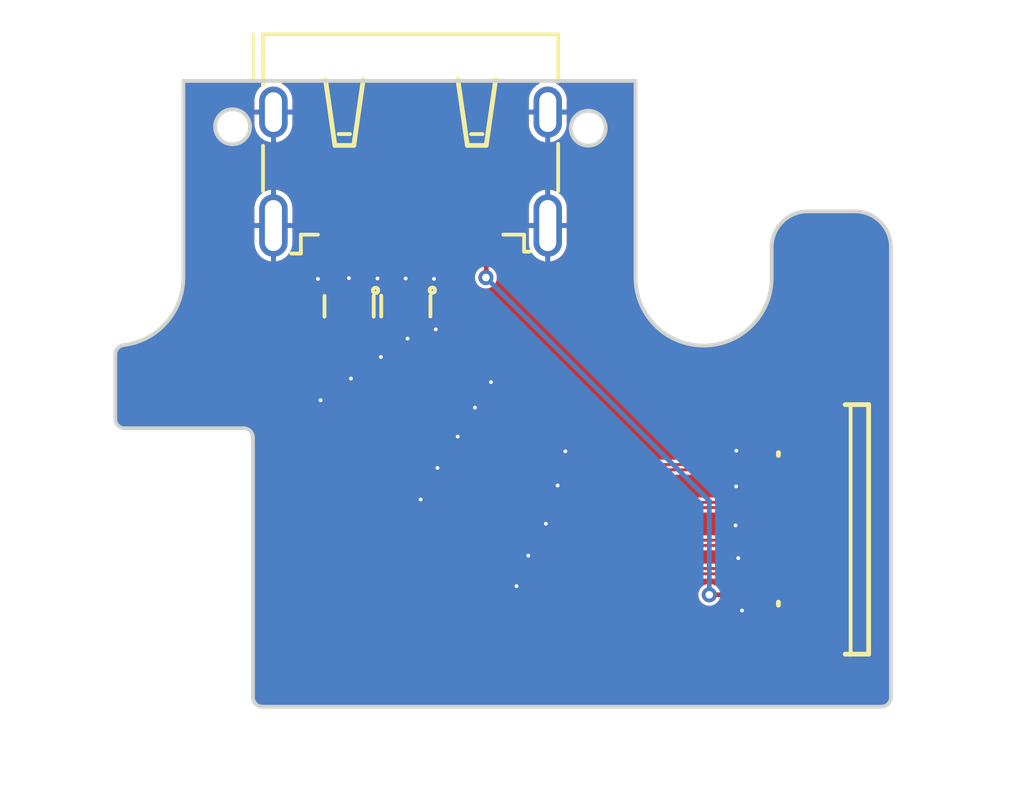
<source format=kicad_pcb>
(kicad_pcb (version 20221018) (generator pcbnew)
  (layers (0 "F.Cu" signal) (1 "In1.Cu" signal) (2 "In2.Cu" signal) (31 "B.Cu" signal) (34 "B.Paste" user) (35 "F.Paste" user) (36 "B.SilkS" user "B.Silkscreen") (37 "F.SilkS" user "F.Silkscreen") (38 "B.Mask" user) (39 "F.Mask" user) (44 "Edge.Cuts" user))
  (net 0 "")
  (net 1 "/CLOCK+")
  (net 2 "/ESD_D0-")
  (net 3 "GND")
  (net 4 "/ESD_D0+")
  (net 5 "/D1-")
  (net 6 "/D1+")
  (net 7 "/ESD_D2-")
  (net 8 "/ESD_D2+")
  (net 9 "/CLOCK-")
  (net 15 "/5V")
  (net 17 "/ESD_CLOCK+")
  (net 18 "/ESD_CLOCK-")
  (net 19 "/ESD_D1+")
  (net 20 "/ESD_D1-")
  (net 21 "/D0-")
  (net 22 "/D0+")
  (net 23 "/D2-")
  (net 24 "/D2+")
  (footprint "easyeda2kicad:FPC-SMD_P0.50-15P_LSXJ-H2.0-15P" (layer "F.Cu") (at 87.4325 73.33 -90)
    (fp_text reference "FPC1" hide)
    (fp_text value "DS1020-09-15VBT1A")
    (fp_line (start -6.57 -4.14) (end 6.63 -4.14) (stroke (width 0.25)) (layer "F.SilkS"))
    (fp_line (start -6.57 -2.9) (end -6.57 -4.14) (stroke (width 0.25)) (layer "F.SilkS"))
    (fp_line (start -3.88 0.63) (end -4.03 0.63) (stroke (width 0.25)) (layer "F.SilkS"))
    (fp_line (start 4.04 0.63) (end 3.88 0.63) (stroke (width 0.25)) (layer "F.SilkS"))
    (fp_line (start 6.63 -4.14) (end 6.63 -2.9) (stroke (width 0.25)) (layer "F.SilkS"))
    (pad "1" smd rect (at -3.51 1.13 270) (size 0.3 1.8) (layers "F.Cu" "F.Paste" "F.Mask") (net 18 "/ESD_CLOCK-"))
    (pad "2" smd rect (at -3.01 1.13 270) (size 0.3 1.8) (layers "F.Cu" "F.Paste" "F.Mask") (net 17 "/ESD_CLOCK+"))
    (pad "3" smd rect (at -2.51 1.13 270) (size 0.3 1.8) (layers "F.Cu" "F.Paste" "F.Mask") (net 3 "GND"))
    (pad "4" smd rect (at -2.01 1.13 270) (size 0.3 1.8) (layers "F.Cu" "F.Paste" "F.Mask") (net 3 "GND"))
    (pad "5" smd rect (at -1.51 1.13 270) (size 0.3 1.8) (layers "F.Cu" "F.Paste" "F.Mask") (net 2 "/ESD_D0-"))
    (pad "6" smd rect (at -1.01 1.13 270) (size 0.3 1.8) (layers "F.Cu" "F.Paste" "F.Mask") (net 4 "/ESD_D0+"))
    (pad "7" smd rect (at -0.51 1.13 270) (size 0.3 1.8) (layers "F.Cu" "F.Paste" "F.Mask") (net 3 "GND"))
    (pad "8" smd rect (at -0.01 1.13 270) (size 0.3 1.8) (layers "F.Cu" "F.Paste" "F.Mask") (net 3 "GND"))
    (pad "9" smd rect (at 0.49 1.13 270) (size 0.3 1.8) (layers "F.Cu" "F.Paste" "F.Mask") (net 20 "/ESD_D1-"))
    (pad "10" smd rect (at 0.99 1.13 270) (size 0.3 1.8) (layers "F.Cu" "F.Paste" "F.Mask") (net 19 "/ESD_D1+"))
    (pad "11" smd rect (at 1.49 1.13 270) (size 0.3 1.8) (layers "F.Cu" "F.Paste" "F.Mask") (net 3 "GND"))
    (pad "12" smd rect (at 1.99 1.13 270) (size 0.3 1.8) (layers "F.Cu" "F.Paste" "F.Mask") (net 7 "/ESD_D2-"))
    (pad "13" smd rect (at 2.49 1.13 270) (size 0.3 1.8) (layers "F.Cu" "F.Paste" "F.Mask") (net 8 "/ESD_D2+"))
    (pad "14" smd rect (at 2.99 1.13 270) (size 0.3 1.8) (layers "F.Cu" "F.Paste" "F.Mask") (net 3 "GND"))
    (pad "15" smd rect (at 3.49 1.13 270) (size 0.3 1.8) (layers "F.Cu" "F.Paste" "F.Mask") (net 15 "/5V"))
    (pad "16" smd rect (at 5.44 -1.13 90) (size 2.5 3.2) (layers "F.Cu" "F.Paste" "F.Mask") (net 3 "GND"))
    (pad "17" smd rect (at -5.44 -1.13 270) (size 2.5 3.2) (layers "F.Cu" "F.Paste" "F.Mask") (net 3 "GND"))
  )
  (footprint "easyeda2kicad:HDMI-SMD_19P-P0.50-H-F" (layer "F.Cu") (at 67.36 54.67 180)
    (fp_text reference "Audio1" hide)
    (fp_text value "HDMI-001" hide)
    (fp_line (start -7.8 -0.8) (end -7.8 1.7) (stroke (width 0.2)) (layer "F.SilkS"))
    (fp_line (start -7.8 5) (end -7.8 7.5) (stroke (width 0.2)) (layer "F.SilkS"))
    (fp_line (start -7.8 7.5) (end 7.8 7.5) (stroke (width 0.2)) (layer "F.SilkS"))
    (fp_line (start -6 -4) (end -6.3 -4) (stroke (width 0.2)) (layer "F.SilkS"))
    (fp_line (start -6 -3.1) (end -6 -4) (stroke (width 0.2)) (layer "F.SilkS"))
    (fp_line (start -4.9 -3.1) (end -6 -3.1) (stroke (width 0.2)) (layer "F.SilkS"))
    (fp_line (start -4 1.62) (end -4.5 5.12) (stroke (width 0.25)) (layer "F.SilkS"))
    (fp_line (start -3.2 2.22) (end -3.8 2.22) (stroke (width 0.2)) (layer "F.SilkS"))
    (fp_line (start -3 1.62) (end -4 1.62) (stroke (width 0.25)) (layer "F.SilkS"))
    (fp_line (start -2.5 5.12) (end -3 1.62) (stroke (width 0.25)) (layer "F.SilkS"))
    (fp_line (start 2.5 5.12) (end 3 1.62) (stroke (width 0.25)) (layer "F.SilkS"))
    (fp_line (start 3 1.62) (end 4 1.62) (stroke (width 0.25)) (layer "F.SilkS"))
    (fp_line (start 3.2 2.22) (end 3.8 2.22) (stroke (width 0.2)) (layer "F.SilkS"))
    (fp_line (start 4 1.62) (end 4.5 5.12) (stroke (width 0.25)) (layer "F.SilkS"))
    (fp_line (start 4.9 -3.1) (end 5.8 -3.1) (stroke (width 0.2)) (layer "F.SilkS"))
    (fp_line (start 5.8 -4.1) (end 6.3 -4.1) (stroke (width 0.2)) (layer "F.SilkS"))
    (fp_line (start 5.8 -3.1) (end 5.8 -4.1) (stroke (width 0.2)) (layer "F.SilkS"))
    (fp_line (start 7.8 -0.8) (end 7.8 1.6) (stroke (width 0.2)) (layer "F.SilkS"))
    (fp_line (start 7.8 7.5) (end 7.8 4.8) (stroke (width 0.2)) (layer "F.SilkS"))
    (pad "1" smd oval (at 4.5 -3.38 180) (size 0.28 2.6) (layers "F.Cu" "F.Paste" "F.Mask") (net 24 "/D2+"))
    (pad "2" smd oval (at 4 -3.38 180) (size 0.28 2.6) (layers "F.Cu" "F.Paste" "F.Mask") (net 3 "GND"))
    (pad "3" smd oval (at 3.5 -3.38 180) (size 0.28 2.6) (layers "F.Cu" "F.Paste" "F.Mask") (net 23 "/D2-"))
    (pad "4" smd oval (at 3 -3.38 180) (size 0.28 2.6) (layers "F.Cu" "F.Paste" "F.Mask") (net 6 "/D1+"))
    (pad "5" smd oval (at 2.5 -3.38 180) (size 0.28 2.6) (layers "F.Cu" "F.Paste" "F.Mask") (net 3 "GND"))
    (pad "6" smd oval (at 2 -3.38 180) (size 0.28 2.6) (layers "F.Cu" "F.Paste" "F.Mask") (net 5 "/D1-"))
    (pad "7" smd oval (at 1.5 -3.38 180) (size 0.28 2.6) (layers "F.Cu" "F.Paste" "F.Mask") (net 22 "/D0+"))
    (pad "8" smd oval (at 1 -3.38 180) (size 0.28 2.6) (layers "F.Cu" "F.Paste" "F.Mask") (net 3 "GND"))
    (pad "9" smd oval (at 0.5 -3.38 180) (size 0.28 2.6) (layers "F.Cu" "F.Paste" "F.Mask") (net 21 "/D0-"))
    (pad "10" smd oval (at 0 -3.38 180) (size 0.28 2.6) (layers "F.Cu" "F.Paste" "F.Mask") (net 1 "/CLOCK+"))
    (pad "11" smd oval (at -0.5 -3.38 180) (size 0.28 2.6) (layers "F.Cu" "F.Paste" "F.Mask") (net 3 "GND"))
    (pad "12" smd oval (at -1 -3.38 180) (size 0.28 2.6) (layers "F.Cu" "F.Paste" "F.Mask") (net 9 "/CLOCK-"))
    (pad "13" smd oval (at -1.5 -3.38 180) (size 0.28 2.6) (layers "F.Cu" "F.Paste" "F.Mask"))
    (pad "14" smd oval (at -2 -3.38 180) (size 0.28 2.6) (layers "F.Cu" "F.Paste" "F.Mask"))
    (pad "15" smd oval (at -2.5 -3.38 180) (size 0.28 2.6) (layers "F.Cu" "F.Paste" "F.Mask"))
    (pad "16" smd oval (at -3 -3.38 180) (size 0.28 2.6) (layers "F.Cu" "F.Paste" "F.Mask"))
    (pad "17" smd oval (at -3.5 -3.38 180) (size 0.28 2.6) (layers "F.Cu" "F.Paste" "F.Mask"))
    (pad "18" smd oval (at -4 -3.38 180) (size 0.28 2.6) (layers "F.Cu" "F.Paste" "F.Mask") (net 15 "/5V"))
    (pad "19" smd oval (at -4.5 -3.38 180) (size 0.28 2.6) (layers "F.Cu" "F.Paste" "F.Mask"))
    (pad "20" thru_hole oval (at 7.25 3.38 180) (size 1.5 2.7) (drill oval 0.900024 2.09992) (layers "*.Cu" "*.Paste" "*.Mask") (net 3 "GND"))
    (pad "21" thru_hole oval (at -7.25 3.38 180) (size 1.5 2.7) (drill oval 0.900024 2.09992) (layers "*.Cu" "*.Paste" "*.Mask") (net 3 "GND"))
    (pad "22" thru_hole oval (at 7.25 -2.62 180) (size 1.5 3.3) (drill oval 0.900024 2.699868) (layers "*.Cu" "*.Paste" "*.Mask") (net 3 "GND"))
    (pad "23" thru_hole oval (at -7.25 -2.62 180) (size 1.5 3.3) (drill oval 0.900024 2.699868) (layers "*.Cu" "*.Paste" "*.Mask") (net 3 "GND"))
  )
  (footprint "easyeda2kicad:SLP2510P8_L2.5-W1.0-P0.50-BL" (layer "F.Cu") (at 67.11 61.55 180)
    (fp_text reference "D1" hide)
    (fp_text value "RClamp0524PATCT" hide)
    (fp_line (start -1.3 -0.55) (end -1.3 0.55) (stroke (width 0.2)) (layer "F.SilkS"))
    (fp_line (start 1.3 -0.55) (end 1.3 0.55) (stroke (width 0.2)) (layer "F.SilkS"))
    (fp_circle (center -1.4 0.84) (end -1.36 0.84) (stroke (width 0.2)) (fill none) (layer "F.SilkS"))
    (pad "1" smd rect (at -1 0.44 180) (size 0.2 0.68) (layers "F.Cu" "F.Paste" "F.Mask") (net 9 "/CLOCK-"))
    (pad "2" smd rect (at -0.5 0.44 180) (size 0.2 0.68) (layers "F.Cu" "F.Paste" "F.Mask") (net 1 "/CLOCK+"))
    (pad "3" smd rect (at 0 0.44 180) (size 0.4 0.68) (layers "F.Cu" "F.Paste" "F.Mask") (net 3 "GND"))
    (pad "4" smd rect (at 0.5 0.44 180) (size 0.2 0.68) (layers "F.Cu" "F.Paste" "F.Mask") (net 21 "/D0-"))
    (pad "5" smd rect (at 1 0.44 180) (size 0.2 0.68) (layers "F.Cu" "F.Paste" "F.Mask") (net 22 "/D0+"))
    (pad "6" smd rect (at 1 -0.44 180) (size 0.2 0.68) (layers "F.Cu" "F.Paste" "F.Mask") (net 4 "/ESD_D0+"))
    (pad "7" smd rect (at 0.5 -0.44 180) (size 0.2 0.68) (layers "F.Cu" "F.Paste" "F.Mask") (net 2 "/ESD_D0-"))
    (pad "8" smd rect (at 0 -0.44 180) (size 0.4 0.68) (layers "F.Cu" "F.Paste" "F.Mask") (net 3 "GND"))
    (pad "9" smd rect (at -0.5 -0.44 180) (size 0.2 0.68) (layers "F.Cu" "F.Paste" "F.Mask") (net 17 "/ESD_CLOCK+"))
    (pad "10" smd rect (at -1 -0.44 180) (size 0.2 0.68) (layers "F.Cu" "F.Paste" "F.Mask") (net 18 "/ESD_CLOCK-"))
  )
  (footprint "easyeda2kicad:SLP2510P8_L2.5-W1.0-P0.50-BL" (layer "F.Cu") (at 64.11 61.56 180)
    (fp_text reference "D2" hide)
    (fp_text value "RClamp0524PATCT" hide)
    (fp_line (start -1.3 -0.55) (end -1.3 0.55) (stroke (width 0.2)) (layer "F.SilkS"))
    (fp_line (start 1.3 -0.55) (end 1.3 0.55) (stroke (width 0.2)) (layer "F.SilkS"))
    (fp_circle (center -1.4 0.84) (end -1.36 0.84) (stroke (width 0.2)) (fill none) (layer "F.SilkS"))
    (pad "1" smd rect (at -1 0.44 180) (size 0.2 0.68) (layers "F.Cu" "F.Paste" "F.Mask") (net 5 "/D1-"))
    (pad "2" smd rect (at -0.5 0.44 180) (size 0.2 0.68) (layers "F.Cu" "F.Paste" "F.Mask") (net 6 "/D1+"))
    (pad "3" smd rect (at 0 0.44 180) (size 0.4 0.68) (layers "F.Cu" "F.Paste" "F.Mask") (net 3 "GND"))
    (pad "4" smd rect (at 0.5 0.44 180) (size 0.2 0.68) (layers "F.Cu" "F.Paste" "F.Mask") (net 23 "/D2-"))
    (pad "5" smd rect (at 1 0.44 180) (size 0.2 0.68) (layers "F.Cu" "F.Paste" "F.Mask") (net 24 "/D2+"))
    (pad "6" smd rect (at 1 -0.44 180) (size 0.2 0.68) (layers "F.Cu" "F.Paste" "F.Mask") (net 8 "/ESD_D2+"))
    (pad "7" smd rect (at 0.5 -0.44 180) (size 0.2 0.68) (layers "F.Cu" "F.Paste" "F.Mask") (net 7 "/ESD_D2-"))
    (pad "8" smd rect (at 0 -0.44 180) (size 0.4 0.68) (layers "F.Cu" "F.Paste" "F.Mask") (net 3 "GND"))
    (pad "9" smd rect (at -0.5 -0.44 180) (size 0.2 0.68) (layers "F.Cu" "F.Paste" "F.Mask") (net 19 "/ESD_D1+"))
    (pad "10" smd rect (at -1 -0.44 180) (size 0.2 0.68) (layers "F.Cu" "F.Paste" "F.Mask") (net 20 "/ESD_D1-"))
  )
  (gr_line (start 59.05 49.65) (end 59.05 47.15) (stroke (width 0.15)) (layer "F.SilkS"))
  (gr_line (start 90.62 66.745) (end 90.62 79.995) (stroke (width 0.2)) (layer "F.SilkS"))
  (gr_line (start 79.25 60.04) (end 79.25 49.64) (stroke (width 0.2)) (layer "Edge.Cuts"))
  (gr_line (start 92.75 82.24) (end 92.75 58.44) (stroke (width 0.2)) (layer "Edge.Cuts"))
  (gr_line (start 55.35 49.64) (end 55.35 60.04) (stroke (width 0.2)) (layer "Edge.Cuts"))
  (gr_arc (start 92.75 82.24) (mid 92.603553 82.593553) (end 92.25 82.74) (stroke (width 0.2)) (layer "Edge.Cuts"))
  (gr_line (start 86.45 58.44) (end 86.45 60.04) (stroke (width 0.2)) (layer "Edge.Cuts"))
  (gr_arc (start 59.529593 82.74) (mid 59.176044 82.593551) (end 59.029593 82.24) (stroke (width 0.2)) (layer "Edge.Cuts"))
  (gr_line (start 51.75 64.109398) (end 51.75 67.511894) (stroke (width 0.2)) (layer "Edge.Cuts"))
  (gr_arc (start 55.35 60.04) (mid 54.446339 62.425321) (end 52.189024 63.61313) (stroke (width 0.2)) (layer "Edge.Cuts"))
  (gr_arc (start 86.45 60.04) (mid 82.85 63.64) (end 79.25 60.04) (stroke (width 0.2)) (layer "Edge.Cuts"))
  (gr_arc (start 90.85 56.54) (mid 92.193503 57.096497) (end 92.75 58.44) (stroke (width 0.2)) (layer "Edge.Cuts"))
  (gr_line (start 79.25 49.64) (end 55.35 49.64) (stroke (width 0.2)) (layer "Edge.Cuts"))
  (gr_line (start 90.85 56.54) (end 88.35 56.54) (stroke (width 0.2)) (layer "Edge.Cuts"))
  (gr_line (start 59.529593 82.74) (end 92.25 82.74) (stroke (width 0.2)) (layer "Edge.Cuts"))
  (gr_line (start 59.029593 68.511894) (end 59.029593 82.24) (stroke (width 0.2)) (layer "Edge.Cuts"))
  (gr_circle (center 76.75 52.14) (end 75.825 52.14) (stroke (width 0.2)) (fill none) (layer "Edge.Cuts"))
  (gr_arc (start 86.45 58.44) (mid 87.006497 57.096497) (end 88.35 56.54) (stroke (width 0.2)) (layer "Edge.Cuts"))
  (gr_circle (center 57.95 52.064283) (end 57.025 52.064283) (stroke (width 0.2)) (fill none) (layer "Edge.Cuts"))
  (gr_arc (start 52.25 68.011894) (mid 51.896449 67.865447) (end 51.75 67.511894) (stroke (width 0.2)) (layer "Edge.Cuts"))
  (gr_line (start 52.25 68.011894) (end 58.529593 68.011894) (stroke (width 0.2)) (layer "Edge.Cuts"))
  (gr_arc (start 51.75 64.109398) (mid 51.875509 63.778105) (end 52.189024 63.61313) (stroke (width 0.2)) (layer "Edge.Cuts"))
  (gr_arc (start 58.529593 68.011894) (mid 58.883153 68.158338) (end 59.029593 68.511894) (stroke (width 0.2)) (layer "Edge.Cuts"))
  (gr_text "Dan & Dan's\nMod Mods\n" (at 60.54 81.49) (layer "F.Cu" knockout) (effects (font (size 1.2 1.2) (thickness 0.3) bold) (justify left bottom)))
  (segment (start 67.719665 59.709665) (end 67.719665 60.490334) (width 0.15367) (layer "F.Cu") (net 1))
  (segment (start 67.36 59.35) (end 67.719665 59.709665) (width 0.15367) (layer "F.Cu") (net 1))
  (segment (start 67.61 60.599999) (end 67.61 61.11) (width 0.15367) (layer "F.Cu") (net 1))
  (segment (start 67.36 58.05) (end 67.36 59.35) (width 0.15367) (layer "F.Cu") (net 1))
  (segment (start 67.719665 60.490334) (end 67.61 60.599999) (width 0.15367) (layer "F.Cu") (net 1))
  (segment (start 84.842834 71.929665) (end 84.952499 71.82) (width 0.15367) (layer "F.Cu") (net 2))
  (segment (start 84.952499 71.82) (end 86.3025 71.82) (width 0.15367) (layer "F.Cu") (net 2))
  (segment (start 66.61 62.500001) (end 66.500335 62.609666) (width 0.15367) (layer "F.Cu") (net 2))
  (segment (start 66.500335 62.609666) (end 66.500335 63.471871) (width 0.15367) (layer "F.Cu") (net 2))
  (segment (start 66.61 61.99) (end 66.61 62.500001) (width 0.15367) (layer "F.Cu") (net 2))
  (segment (start 74.958129 71.929665) (end 84.842834 71.929665) (width 0.15367) (layer "F.Cu") (net 2))
  (segment (start 66.500335 63.471871) (end 74.958129 71.929665) (width 0.15367) (layer "F.Cu") (net 2))
  (via (at 84.57 71.09) (size 0.4) (drill 0.2) (layers "F.Cu" "B.Cu") (net 3))
  (via (at 67.1 60.09) (size 0.4) (drill 0.2) (layers "F.Cu" "B.Cu") (net 3))
  (via (at 64.21 65.38) (size 0.4) (drill 0.2) (layers "F.Cu" "B.Cu") (net 3))
  (via (at 84.58 69.2) (size 0.4) (drill 0.2) (layers "F.Cu" "B.Cu") (net 3))
  (via (at 67.2 63.27) (size 0.4) (drill 0.2) (layers "F.Cu" "B.Cu") (net 3))
  (via (at 64.1 60.07) (size 0.4) (drill 0.2) (layers "F.Cu" "B.Cu") (net 3))
  (via (at 62.6 66.53) (size 0.4) (drill 0.2) (layers "F.Cu" "B.Cu") (net 3))
  (via (at 84.54 73.15) (size 0.4) (drill 0.2) (layers "F.Cu" "B.Cu") (net 3))
  (via (at 71.61 65.57) (size 0.4) (drill 0.2) (layers "F.Cu" "B.Cu") (net 3))
  (via (at 68.69 62.78) (size 0.4) (drill 0.2) (layers "F.Cu" "B.Cu") (net 3))
  (via (at 68.78 70.11) (size 0.4) (drill 0.2) (layers "F.Cu" "B.Cu") (net 3))
  (via (at 84.88 77.65) (size 0.4) (drill 0.2) (layers "F.Cu" "B.Cu") (net 3))
  (via (at 73.58 74.75) (size 0.4) (drill 0.2) (layers "F.Cu" "B.Cu") (net 3))
  (via (at 75.13 71.04) (size 0.4) (drill 0.2) (layers "F.Cu" "B.Cu") (net 3))
  (via (at 67.89 71.78) (size 0.4) (drill 0.2) (layers "F.Cu" "B.Cu") (net 3))
  (via (at 70.760401 66.923084) (size 0.4) (drill 0.2) (layers "F.Cu" "B.Cu") (net 3))
  (via (at 74.51 73.06) (size 0.4) (drill 0.2) (layers "F.Cu" "B.Cu") (net 3))
  (via (at 68.6 60.11) (size 0.4) (drill 0.2) (layers "F.Cu" "B.Cu") (net 3))
  (via (at 72.96 76.36) (size 0.4) (drill 0.2) (layers "F.Cu" "B.Cu") (net 3))
  (via (at 65.79 64.24) (size 0.4) (drill 0.2) (layers "F.Cu" "B.Cu") (net 3))
  (via (at 84.68 74.88) (size 0.4) (drill 0.2) (layers "F.Cu" "B.Cu") (net 3))
  (via (at 69.85 68.45) (size 0.4) (drill 0.2) (layers "F.Cu" "B.Cu") (net 3))
  (via (at 62.46 60.11) (size 0.4) (drill 0.2) (layers "F.Cu" "B.Cu") (net 3))
  (via (at 65.61 60.09) (size 0.4) (drill 0.2) (layers "F.Cu" "B.Cu") (net 3))
  (via (at 75.54 69.23) (size 0.4) (drill 0.2) (layers "F.Cu" "B.Cu") (net 3))
  (segment (start 84.952499 72.32) (end 86.3025 72.32) (width 0.15367) (layer "F.Cu") (net 4))
  (segment (start 66.11 62.500001) (end 66.219665 62.609666) (width 0.15367) (layer "F.Cu") (net 4))
  (segment (start 66.219665 63.588129) (end 74.841871 72.210335) (width 0.15367) (layer "F.Cu") (net 4))
  (segment (start 84.842834 72.210335) (end 84.952499 72.32) (width 0.15367) (layer "F.Cu") (net 4))
  (segment (start 74.841871 72.210335) (end 84.842834 72.210335) (width 0.15367) (layer "F.Cu") (net 4))
  (segment (start 66.11 61.99) (end 66.11 62.500001) (width 0.15367) (layer "F.Cu") (net 4))
  (segment (start 66.219665 62.609666) (end 66.219665 63.588129) (width 0.15367) (layer "F.Cu") (net 4))
  (segment (start 65.000335 60.500334) (end 65.11 60.609999) (width 0.15367) (layer "F.Cu") (net 5))
  (segment (start 65.000335 59.709665) (end 65.000335 60.500334) (width 0.15367) (layer "F.Cu") (net 5))
  (segment (start 65.11 60.609999) (end 65.11 61.12) (width 0.15367) (layer "F.Cu") (net 5))
  (segment (start 65.36 58.05) (end 65.36 59.35) (width 0.15367) (layer "F.Cu") (net 5))
  (segment (start 65.36 59.35) (end 65.000335 59.709665) (width 0.15367) (layer "F.Cu") (net 5))
  (segment (start 64.36 58.05) (end 64.36 59.35) (width 0.15367) (layer "F.Cu") (net 6))
  (segment (start 64.719665 59.709665) (end 64.719665 60.500334) (width 0.15367) (layer "F.Cu") (net 6))
  (segment (start 64.719665 60.500334) (end 64.61 60.609999) (width 0.15367) (layer "F.Cu") (net 6))
  (segment (start 64.61 60.609999) (end 64.61 61.12) (width 0.15367) (layer "F.Cu") (net 6))
  (segment (start 64.36 59.35) (end 64.719665 59.709665) (width 0.15367) (layer "F.Cu") (net 6))
  (segment (start 63.61 62.510001) (end 63.500335 62.619666) (width 0.15367) (layer "F.Cu") (net 7))
  (segment (start 84.952499 75.32) (end 86.3025 75.32) (width 0.15367) (layer "F.Cu") (net 7))
  (segment (start 63.500335 65.711871) (end 73.218129 75.429665) (width 0.15367) (layer "F.Cu") (net 7))
  (segment (start 63.61 62) (end 63.61 62.510001) (width 0.15367) (layer "F.Cu") (net 7))
  (segment (start 73.218129 75.429665) (end 84.842834 75.429665) (width 0.15367) (layer "F.Cu") (net 7))
  (segment (start 84.842834 75.429665) (end 84.952499 75.32) (width 0.15367) (layer "F.Cu") (net 7))
  (segment (start 63.500335 62.619666) (end 63.500335 65.711871) (width 0.15367) (layer "F.Cu") (net 7))
  (segment (start 73.101871 75.710335) (end 84.842834 75.710335) (width 0.15367) (layer "F.Cu") (net 8))
  (segment (start 63.219665 62.619666) (end 63.219665 65.828129) (width 0.15367) (layer "F.Cu") (net 8))
  (segment (start 84.952499 75.82) (end 86.3025 75.82) (width 0.15367) (layer "F.Cu") (net 8))
  (segment (start 84.842834 75.710335) (end 84.952499 75.82) (width 0.15367) (layer "F.Cu") (net 8))
  (segment (start 63.11 62) (end 63.11 62.510001) (width 0.15367) (layer "F.Cu") (net 8))
  (segment (start 63.219665 65.828129) (end 73.101871 75.710335) (width 0.15367) (layer "F.Cu") (net 8))
  (segment (start 63.11 62.510001) (end 63.219665 62.619666) (width 0.15367) (layer "F.Cu") (net 8))
  (segment (start 68.36 58.05) (end 68.36 59.35) (width 0.15367) (layer "F.Cu") (net 9))
  (segment (start 68.36 59.35) (end 68.000335 59.709665) (width 0.15367) (layer "F.Cu") (net 9))
  (segment (start 68.000335 60.490334) (end 68.11 60.599999) (width 0.15367) (layer "F.Cu") (net 9))
  (segment (start 68.11 60.599999) (end 68.11 61.11) (width 0.15367) (layer "F.Cu") (net 9))
  (segment (start 68.000335 59.709665) (end 68.000335 60.490334) (width 0.15367) (layer "F.Cu") (net 9))
  (segment (start 71.36 60.02) (end 71.34 60.04) (width 0.254) (layer "F.Cu") (net 15))
  (segment (start 71.36 58.05) (end 71.36 60.02) (width 0.254) (layer "F.Cu") (net 15))
  (segment (start 83.15 76.82) (end 86.3025 76.82) (width 0.254) (layer "F.Cu") (net 15))
  (via (at 71.34 60.04) (size 0.8) (drill 0.4) (layers "F.Cu" "B.Cu") (net 15))
  (via (at 83.15 76.82) (size 0.8) (drill 0.4) (layers "F.Cu" "B.Cu") (net 15))
  (segment (start 83.15 71.85) (end 83.15 76.82) (width 0.254) (layer "B.Cu") (net 15))
  (segment (start 71.34 60.04) (end 83.15 71.85) (width 0.254) (layer "B.Cu") (net 15))
  (segment (start 67.719665 63.118129) (end 74.811871 70.210335) (width 0.15367) (layer "F.Cu") (net 17))
  (segment (start 67.719665 62.609666) (end 67.719665 63.118129) (width 0.15367) (layer "F.Cu") (net 17))
  (segment (start 84.842834 70.210335) (end 84.952499 70.32) (width 0.15367) (layer "F.Cu") (net 17))
  (segment (start 74.811871 70.210335) (end 84.842834 70.210335) (width 0.15367) (layer "F.Cu") (net 17))
  (segment (start 67.61 61.99) (end 67.61 62.500001) (width 0.15367) (layer "F.Cu") (net 17))
  (segment (start 84.952499 70.32) (end 86.3025 70.32) (width 0.15367) (layer "F.Cu") (net 17))
  (segment (start 67.61 62.500001) (end 67.719665 62.609666) (width 0.15367) (layer "F.Cu") (net 17))
  (segment (start 74.928129 69.929665) (end 84.842834 69.929665) (width 0.15367) (layer "F.Cu") (net 18))
  (segment (start 68.11 61.99) (end 68.11 62.500001) (width 0.15367) (layer "F.Cu") (net 18))
  (segment (start 84.842834 69.929665) (end 84.952499 69.82) (width 0.15367) (layer "F.Cu") (net 18))
  (segment (start 68.000335 63.001871) (end 74.928129 69.929665) (width 0.15367) (layer "F.Cu") (net 18))
  (segment (start 68.000335 62.609666) (end 68.000335 63.001871) (width 0.15367) (layer "F.Cu") (net 18))
  (segment (start 84.952499 69.82) (end 86.3025 69.82) (width 0.15367) (layer "F.Cu") (net 18))
  (segment (start 68.11 62.500001) (end 68.000335 62.609666) (width 0.15367) (layer "F.Cu") (net 18))
  (segment (start 74.131871 74.210335) (end 84.842834 74.210335) (width 0.15367) (layer "F.Cu") (net 19))
  (segment (start 64.719665 64.798129) (end 74.131871 74.210335) (width 0.15367) (layer "F.Cu") (net 19))
  (segment (start 84.952499 74.32) (end 86.3025 74.32) (width 0.15367) (layer "F.Cu") (net 19))
  (segment (start 64.61 62.510001) (end 64.719665 62.619666) (width 0.15367) (layer "F.Cu") (net 19))
  (segment (start 84.842834 74.210335) (end 84.952499 74.32) (width 0.15367) (layer "F.Cu") (net 19))
  (segment (start 64.61 62) (end 64.61 62.510001) (width 0.15367) (layer "F.Cu") (net 19))
  (segment (start 64.719665 62.619666) (end 64.719665 64.798129) (width 0.15367) (layer "F.Cu") (net 19))
  (segment (start 65.000335 62.619666) (end 65.000335 64.681871) (width 0.15367) (layer "F.Cu") (net 20))
  (segment (start 65.11 62) (end 65.11 62.510001) (width 0.15367) (layer "F.Cu") (net 20))
  (segment (start 65.000335 64.681871) (end 74.248129 73.929665) (width 0.15367) (layer "F.Cu") (net 20))
  (segment (start 84.842834 73.929665) (end 84.952499 73.82) (width 0.15367) (layer "F.Cu") (net 20))
  (segment (start 65.11 62.510001) (end 65.000335 62.619666) (width 0.15367) (layer "F.Cu") (net 20))
  (segment (start 84.952499 73.82) (end 86.3025 73.82) (width 0.15367) (layer "F.Cu") (net 20))
  (segment (start 74.248129 73.929665) (end 84.842834 73.929665) (width 0.15367) (layer "F.Cu") (net 20))
  (segment (start 66.61 60.599999) (end 66.61 61.11) (width 0.15367) (layer "F.Cu") (net 21))
  (segment (start 66.86 58.05) (end 66.86 59.35) (width 0.15367) (layer "F.Cu") (net 21))
  (segment (start 66.500335 59.709665) (end 66.500335 60.490334) (width 0.15367) (layer "F.Cu") (net 21))
  (segment (start 66.86 59.35) (end 66.500335 59.709665) (width 0.15367) (layer "F.Cu") (net 21))
  (segment (start 66.500335 60.490334) (end 66.61 60.599999) (width 0.15367) (layer "F.Cu") (net 21))
  (segment (start 65.86 59.35) (end 66.219665 59.709665) (width 0.15367) (layer "F.Cu") (net 22))
  (segment (start 66.219665 59.709665) (end 66.219665 60.490334) (width 0.15367) (layer "F.Cu") (net 22))
  (segment (start 66.11 60.599999) (end 66.11 61.11) (width 0.15367) (layer "F.Cu") (net 22))
  (segment (start 66.219665 60.490334) (end 66.11 60.599999) (width 0.15367) (layer "F.Cu") (net 22))
  (segment (start 65.86 58.05) (end 65.86 59.35) (width 0.15367) (layer "F.Cu") (net 22))
  (segment (start 63.500335 59.709665) (end 63.500335 60.500334) (width 0.15367) (layer "F.Cu") (net 23))
  (segment (start 63.86 59.35) (end 63.500335 59.709665) (width 0.15367) (layer "F.Cu") (net 23))
  (segment (start 63.86 58.05) (end 63.86 59.35) (width 0.15367) (layer "F.Cu") (net 23))
  (segment (start 63.61 60.609999) (end 63.61 61.12) (width 0.15367) (layer "F.Cu") (net 23))
  (segment (start 63.500335 60.500334) (end 63.61 60.609999) (width 0.15367) (layer "F.Cu") (net 23))
  (segment (start 62.86 58.05) (end 62.86 59.35) (width 0.15367) (layer "F.Cu") (net 24))
  (segment (start 62.86 59.35) (end 63.219665 59.709665) (width 0.15367) (layer "F.Cu") (net 24))
  (segment (start 63.11 60.609999) (end 63.11 61.12) (width 0.15367) (layer "F.Cu") (net 24))
  (segment (start 63.219665 60.500334) (end 63.11 60.609999) (width 0.15367) (layer "F.Cu") (net 24))
  (segment (start 63.219665 59.709665) (end 63.219665 60.500334) (width 0.15367) (layer "F.Cu") (net 24))
  (zone (net 3) (net_name "GND") (layers "F.Cu" "In1.Cu" "In2.Cu" "B.Cu") (connect_pads (clearance 0.1778)) (min_thickness 0.1778) (fill yes (thermal_gap 0.254) (thermal_bridge_width 0.254))
    (polygon (pts (xy 45.657077 46.032272) (xy 46.617016 86.849688) (xy 99.61 86.94) (xy 99.8 45.36)))
  )
)
</source>
